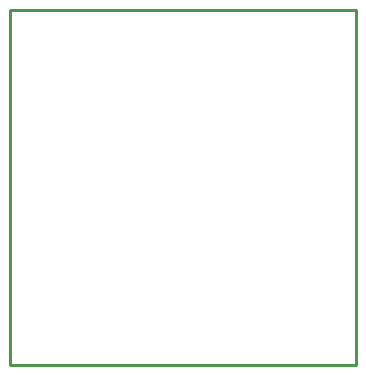
<source format=gm1>
%FSLAX24Y24*%
%MOIN*%
G70*
G01*
G75*
G04 Layer_Color=16711935*
%ADD10R,0.0250X0.0200*%
%ADD11R,0.0200X0.0250*%
%ADD12R,0.0098X0.0217*%
%ADD13O,0.0110X0.0335*%
%ADD14O,0.0335X0.0110*%
%ADD15R,0.2008X0.2008*%
%ADD16R,0.0472X0.0394*%
%ADD17R,0.0472X0.0394*%
%ADD18R,0.0945X0.0295*%
%ADD19R,0.0236X0.0197*%
%ADD20R,0.0157X0.0276*%
%ADD21R,0.0276X0.0157*%
%ADD22R,0.1457X0.1457*%
%ADD23O,0.0335X0.0118*%
%ADD24O,0.0118X0.0335*%
%ADD25R,0.0276X0.0354*%
%ADD26C,0.0100*%
%ADD27C,0.0060*%
%ADD28C,0.0080*%
%ADD29C,0.0200*%
%ADD30C,0.0150*%
%ADD31C,0.0591*%
%ADD32R,0.0591X0.0591*%
%ADD33C,0.0200*%
%ADD34C,0.0250*%
%ADD35C,0.0330*%
%ADD36C,0.0400*%
%ADD37C,0.0300*%
%ADD38R,0.2510X1.1520*%
%ADD39C,0.0590*%
%ADD40C,0.0300*%
%ADD41C,0.0350*%
%ADD42C,0.0400*%
%ADD43R,0.2570X1.1660*%
%ADD44R,0.0236X0.0472*%
%ADD45O,0.0280X0.0091*%
%ADD46R,0.0280X0.0091*%
%ADD47R,0.0310X0.0260*%
%ADD48R,0.0260X0.0310*%
%ADD49R,0.0158X0.0277*%
%ADD50O,0.0170X0.0395*%
%ADD51O,0.0395X0.0170*%
%ADD52R,0.2068X0.2068*%
%ADD53R,0.0532X0.0454*%
%ADD54R,0.0532X0.0454*%
%ADD55R,0.1005X0.0355*%
%ADD56R,0.0296X0.0257*%
%ADD57R,0.0217X0.0336*%
%ADD58R,0.0336X0.0217*%
%ADD59R,0.1517X0.1517*%
%ADD60O,0.0395X0.0178*%
%ADD61O,0.0178X0.0395*%
%ADD62R,0.0336X0.0414*%
%ADD63C,0.0651*%
%ADD64R,0.0651X0.0651*%
%ADD65C,0.0260*%
%ADD66C,0.0310*%
%ADD67C,0.0390*%
%ADD68R,0.0296X0.0532*%
%ADD69O,0.0340X0.0151*%
%ADD70R,0.0340X0.0151*%
D26*
X11850Y21720D02*
X23370D01*
Y9900D02*
Y21720D01*
X11850Y9900D02*
X23370D01*
X11850D02*
Y21720D01*
M02*

</source>
